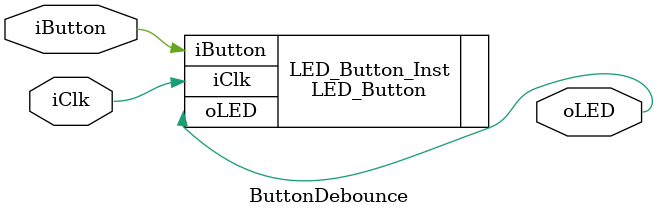
<source format=v>
`timescale 1ns / 1ps

module ButtonDebounce(
    input 	iClk,		//clock
    input 	iButton,	//button to be debounced
    output 	oLED		//LED to be lit
    );
    
    parameter DEBOUNCE_LIMIT = 10;	//number of clock cycles to debounce the signal
	wire DebouncedButton;			//the conditioned signal after being debounced
	
	Debouncer #(.DEBOUNCE_LIMIT(DEBOUNCE_LIMIT)) Debounce_Inst
		(.iClk(i_clk),						//pass in the clock signal
		 .iBounce(i_Button),				//pass in the unconditioned signal
		 .oDebounced(DebouncedButton));	//return the conditioned signal
		 
	LED_Button LED_Button_Inst(
		.iClk(iClk),						//pass in the clock signal
		.iButton(iButton),			//pass in the debounced signal
		.oLED(oLED));						//return the LED assignment

endmodule


</source>
